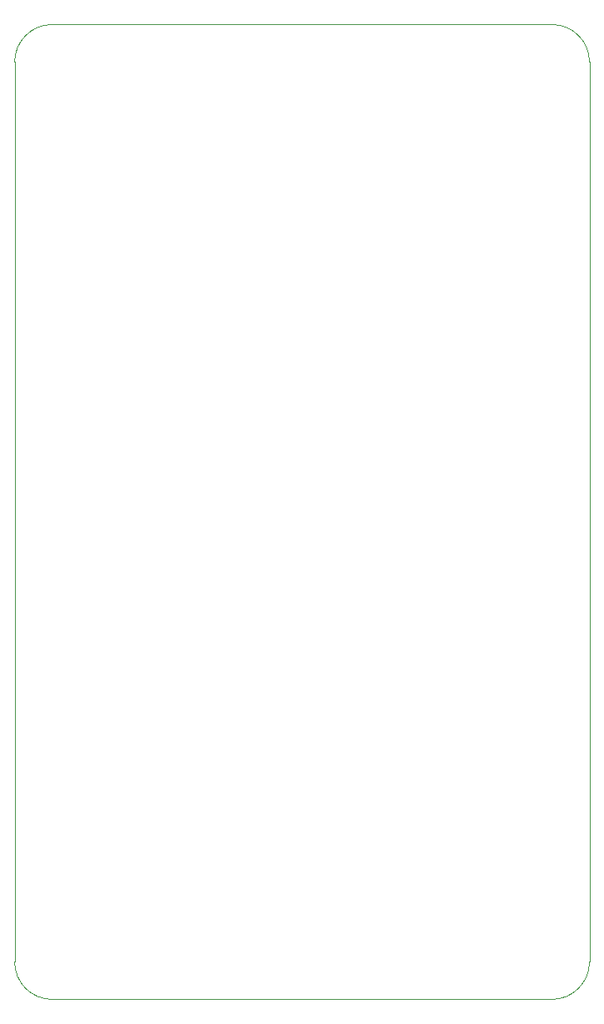
<source format=gbr>
%TF.GenerationSoftware,KiCad,Pcbnew,8.0.1*%
%TF.CreationDate,2024-04-20T11:28:48-04:00*%
%TF.ProjectId,Bridge_Controller,42726964-6765-45f4-936f-6e74726f6c6c,v1.0*%
%TF.SameCoordinates,Original*%
%TF.FileFunction,Profile,NP*%
%FSLAX46Y46*%
G04 Gerber Fmt 4.6, Leading zero omitted, Abs format (unit mm)*
G04 Created by KiCad (PCBNEW 8.0.1) date 2024-04-20 11:28:48*
%MOMM*%
%LPD*%
G01*
G04 APERTURE LIST*
%TA.AperFunction,Profile*%
%ADD10C,0.050000*%
%TD*%
G04 APERTURE END LIST*
D10*
X22860000Y-17780000D02*
G75*
G02*
X26670000Y-13970000I3810000J0D01*
G01*
X26670000Y-113030000D02*
G75*
G02*
X22860000Y-109220000I0J3810000D01*
G01*
X22860000Y-17780000D02*
X22860000Y-109220000D01*
X77470000Y-13970000D02*
G75*
G02*
X81280000Y-17780000I0J-3810000D01*
G01*
X81280000Y-17780000D02*
X81280000Y-109220000D01*
X81280000Y-109220000D02*
G75*
G02*
X77470000Y-113030000I-3810000J0D01*
G01*
X26670000Y-113030000D02*
X77470000Y-113030000D01*
X26670000Y-13970000D02*
X77470000Y-13970000D01*
M02*

</source>
